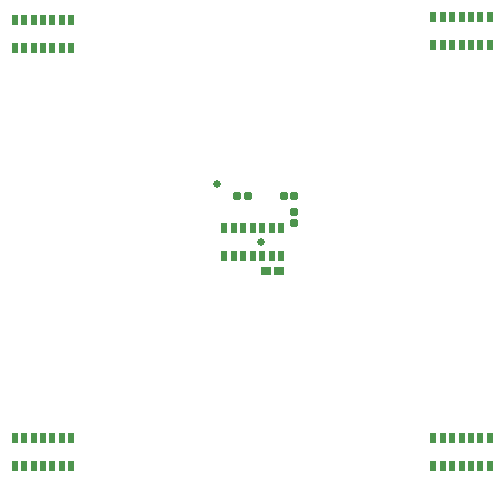
<source format=gts>
G04 Layer: TopSolderMaskLayer*
G04 EasyEDA Pro v2.1.44.1.245b18d5.fca1f9, 2024-01-18 14:01:25*
G04 Gerber Generator version 0.3*
G04 Scale: 100 percent, Rotated: No, Reflected: No*
G04 Dimensions in millimeters*
G04 Leading zeros omitted, absolute positions, 3 integers and 5 decimals*
%FSLAX35Y35*%
%MOMM*%
%AMRoundRect*1,1,$1,$2,$3*1,1,$1,$4,$5*1,1,$1,0-$2,0-$3*1,1,$1,0-$4,0-$5*20,1,$1,$2,$3,$4,$5,0*20,1,$1,$4,$5,0-$2,0-$3,0*20,1,$1,0-$2,0-$3,0-$4,0-$5,0*20,1,$1,0-$4,0-$5,$2,$3,0*4,1,4,$2,$3,$4,$5,0-$2,0-$3,0-$4,0-$5,$2,$3,0*%
%ADD10C,0.6516*%
%ADD11RoundRect,0.08184X0.1841X0.3841X0.1841X-0.3841*%
%ADD12RoundRect,0.08184X-0.1841X-0.3841X-0.1841X0.3841*%
%ADD13RoundRect,0.08771X-0.40199X0.27695X0.40199X0.27695*%
%ADD14RoundRect,0.08771X-0.28977X0.27695X0.28977X0.27695*%
%ADD15RoundRect,0.08771X0.28977X-0.27695X-0.28977X-0.27695*%
%ADD16RoundRect,0.08771X-0.27695X-0.28977X-0.27695X0.28977*%
G75*


G04 Pad Start*
G54D10*
G01X698500Y-508000D03*
G01X1071661Y-998842D03*
G54D11*
G01X759995Y-1120002D03*
G01X840005Y-1120002D03*
G01X920015Y-1120002D03*
G01X1000000Y-1120002D03*
G01X1080010Y-1120002D03*
G01X1160020Y-1120002D03*
G01X1240005Y-1120002D03*
G01X760021Y-879998D03*
G01X840005Y-879998D03*
G01X920015Y-879998D03*
G01X1000000Y-879998D03*
G01X1080010Y-879998D03*
G01X1159995Y-879998D03*
G01X1240005Y-879998D03*
G01X-1014705Y-2901302D03*
G01X-934695Y-2901302D03*
G01X-854685Y-2901302D03*
G01X-774700Y-2901302D03*
G01X-694690Y-2901302D03*
G01X-614680Y-2901302D03*
G01X-534695Y-2901302D03*
G01X-1014679Y-2661298D03*
G01X-934695Y-2661298D03*
G01X-854685Y-2661298D03*
G01X-774700Y-2661298D03*
G01X-694690Y-2661298D03*
G01X-614705Y-2661298D03*
G01X-534695Y-2661298D03*
G54D12*
G01X3008605Y-2661298D03*
G01X2928595Y-2661298D03*
G01X2848585Y-2661298D03*
G01X2768600Y-2661298D03*
G01X2688590Y-2661298D03*
G01X2608580Y-2661298D03*
G01X2528595Y-2661298D03*
G01X3008579Y-2901302D03*
G01X2928595Y-2901302D03*
G01X2848585Y-2901302D03*
G01X2768600Y-2901302D03*
G01X2688590Y-2901302D03*
G01X2608605Y-2901302D03*
G01X2528595Y-2901302D03*
G54D11*
G01X-1014705Y641998D03*
G01X-934695Y641998D03*
G01X-854685Y641998D03*
G01X-774700Y641998D03*
G01X-694690Y641998D03*
G01X-614680Y641998D03*
G01X-534695Y641998D03*
G01X-1014679Y882002D03*
G01X-934695Y882002D03*
G01X-854685Y882002D03*
G01X-774700Y882002D03*
G01X-694690Y882002D03*
G01X-614705Y882002D03*
G01X-534695Y882002D03*
G54D12*
G01X3008605Y907402D03*
G01X2928595Y907402D03*
G01X2848585Y907402D03*
G01X2768600Y907402D03*
G01X2688590Y907402D03*
G01X2608580Y907402D03*
G01X2528595Y907402D03*
G01X3008579Y667398D03*
G01X2928595Y667398D03*
G01X2848585Y667398D03*
G01X2768600Y667398D03*
G01X2688590Y667398D03*
G01X2608605Y667398D03*
G01X2528595Y667398D03*
G54D13*
G01X1222908Y-1244600D03*
G01X1113892Y-1244600D03*
G54D14*
G01X1351382Y-609600D03*
G01X1264818Y-609600D03*
G54D15*
G01X871118Y-609600D03*
G01X957682Y-609600D03*
G54D16*
G01X1351382Y-749300D03*
G01X1351382Y-835863D03*
G04 Pad End*

M02*

</source>
